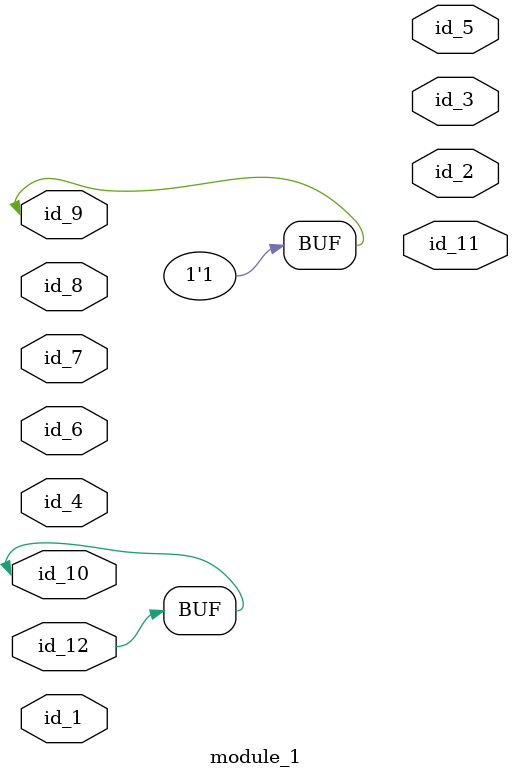
<source format=v>
module module_0;
  wire id_1;
  assign id_2 = 1'b0;
  wire id_3, id_4, id_5, id_6, id_7, id_8, id_9, id_10;
  wire id_11;
endmodule
module module_1 (
    id_1,
    id_2,
    id_3,
    id_4,
    id_5,
    id_6,
    id_7,
    id_8,
    id_9,
    id_10,
    id_11,
    id_12
);
  input wire id_12;
  output wire id_11;
  inout wire id_10;
  inout wire id_9;
  inout wire id_8;
  input wire id_7;
  inout wire id_6;
  output wire id_5;
  inout wire id_4;
  output wire id_3;
  output wire id_2;
  inout wire id_1;
  wire id_13;
  wire id_14;
  assign id_10 = id_12;
  module_0 modCall_1 ();
  always id_9 <= -1;
endmodule

</source>
